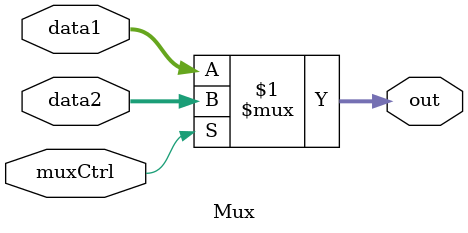
<source format=v>
module Mux(data1,data2,muxCtrl,out);
input wire[31:0] data1;
input wire[31:0] data2;
input muxCtrl;
output wire [31:0]out;

assign out = muxCtrl?data2:data1;
endmodule


 
</source>
